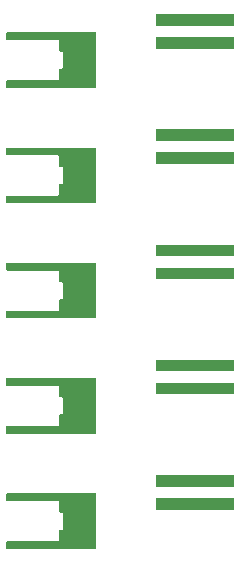
<source format=gbr>
G04 #@! TF.GenerationSoftware,KiCad,Pcbnew,(5.0.2)-1*
G04 #@! TF.CreationDate,2019-09-04T12:41:45-04:00*
G04 #@! TF.ProjectId,MMCX_2DD-100P_Odd,4d4d4358-5f32-4444-942d-313030505f4f,rev?*
G04 #@! TF.SameCoordinates,Original*
G04 #@! TF.FileFunction,Soldermask,Bot*
G04 #@! TF.FilePolarity,Negative*
%FSLAX46Y46*%
G04 Gerber Fmt 4.6, Leading zero omitted, Abs format (unit mm)*
G04 Created by KiCad (PCBNEW (5.0.2)-1) date 9/4/2019 12:41:45 PM*
%MOMM*%
%LPD*%
G01*
G04 APERTURE LIST*
%ADD10C,0.100000*%
G04 APERTURE END LIST*
D10*
G36*
X147750984Y-66174062D02*
X147760596Y-66176978D01*
X147769454Y-66181713D01*
X147777222Y-66188088D01*
X147783597Y-66195856D01*
X147788332Y-66204714D01*
X147791248Y-66214326D01*
X147792837Y-66230465D01*
X147792837Y-67743485D01*
X147791248Y-67759624D01*
X147789332Y-67765939D01*
X147784551Y-67789973D01*
X147784551Y-67814477D01*
X147789331Y-67838510D01*
X147791985Y-67844917D01*
X147791985Y-69203466D01*
X147786351Y-69222039D01*
X147783949Y-69246425D01*
X147786351Y-69270811D01*
X147789332Y-69282711D01*
X147791248Y-69289026D01*
X147792837Y-69305165D01*
X147792837Y-70818185D01*
X147791248Y-70834324D01*
X147788332Y-70843936D01*
X147783597Y-70852794D01*
X147777222Y-70860562D01*
X147769454Y-70866937D01*
X147760596Y-70871672D01*
X147750984Y-70874588D01*
X147734845Y-70876177D01*
X140247125Y-70876177D01*
X140230986Y-70874588D01*
X140221374Y-70871672D01*
X140212516Y-70866937D01*
X140204748Y-70860562D01*
X140198373Y-70852794D01*
X140193638Y-70843936D01*
X140190722Y-70834324D01*
X140189133Y-70818185D01*
X140189133Y-70280465D01*
X140190722Y-70264326D01*
X140193638Y-70254714D01*
X140198373Y-70245856D01*
X140204748Y-70238088D01*
X140212516Y-70231713D01*
X140221374Y-70226978D01*
X140230986Y-70224062D01*
X140247125Y-70222473D01*
X144564133Y-70222473D01*
X144588519Y-70220071D01*
X144611968Y-70212958D01*
X144633579Y-70201407D01*
X144652521Y-70185861D01*
X144668067Y-70166919D01*
X144679618Y-70145308D01*
X144686731Y-70121859D01*
X144689133Y-70097473D01*
X144689133Y-69305165D01*
X144690722Y-69289026D01*
X144693638Y-69279414D01*
X144698373Y-69270556D01*
X144704748Y-69262788D01*
X144712516Y-69256413D01*
X144721374Y-69251678D01*
X144730986Y-69248762D01*
X144747125Y-69247173D01*
X144869785Y-69247173D01*
X144894171Y-69244771D01*
X144917620Y-69237658D01*
X144939231Y-69226107D01*
X144958173Y-69210561D01*
X144973719Y-69191619D01*
X144985270Y-69170008D01*
X144992383Y-69146559D01*
X144994785Y-69122173D01*
X144994785Y-67926477D01*
X144992383Y-67902091D01*
X144985270Y-67878642D01*
X144973719Y-67857031D01*
X144958173Y-67838089D01*
X144939231Y-67822543D01*
X144917620Y-67810992D01*
X144894171Y-67803879D01*
X144869785Y-67801477D01*
X144747125Y-67801477D01*
X144730986Y-67799888D01*
X144721374Y-67796972D01*
X144712516Y-67792237D01*
X144704748Y-67785862D01*
X144698373Y-67778094D01*
X144693638Y-67769236D01*
X144690722Y-67759624D01*
X144689133Y-67743485D01*
X144689133Y-66951177D01*
X144686731Y-66926791D01*
X144679618Y-66903342D01*
X144668067Y-66881731D01*
X144652521Y-66862789D01*
X144633579Y-66847243D01*
X144611968Y-66835692D01*
X144588519Y-66828579D01*
X144564133Y-66826177D01*
X140247125Y-66826177D01*
X140230986Y-66824588D01*
X140221374Y-66821672D01*
X140212516Y-66816937D01*
X140204748Y-66810562D01*
X140198373Y-66802794D01*
X140193638Y-66793936D01*
X140190722Y-66784324D01*
X140189133Y-66768185D01*
X140189133Y-66230465D01*
X140190722Y-66214326D01*
X140193638Y-66204714D01*
X140198373Y-66195856D01*
X140204748Y-66188088D01*
X140212516Y-66181713D01*
X140221374Y-66176978D01*
X140230986Y-66174062D01*
X140247125Y-66172473D01*
X147734845Y-66172473D01*
X147750984Y-66174062D01*
X147750984Y-66174062D01*
G37*
G36*
X159478635Y-67553513D02*
X152899635Y-67553513D01*
X152899635Y-66567593D01*
X159478635Y-66567593D01*
X159478635Y-67553513D01*
X159478635Y-67553513D01*
G37*
G36*
X159478635Y-65601803D02*
X152899635Y-65601803D01*
X152899635Y-64615883D01*
X159478635Y-64615883D01*
X159478635Y-65601803D01*
X159478635Y-65601803D01*
G37*
G36*
X147750984Y-56415542D02*
X147760596Y-56418458D01*
X147769454Y-56423193D01*
X147777222Y-56429568D01*
X147783597Y-56437336D01*
X147788332Y-56446194D01*
X147791248Y-56455806D01*
X147792837Y-56471945D01*
X147792837Y-57984965D01*
X147791248Y-58001104D01*
X147789332Y-58007419D01*
X147784551Y-58031453D01*
X147784551Y-58055957D01*
X147789331Y-58079990D01*
X147791985Y-58086397D01*
X147791985Y-59444946D01*
X147786351Y-59463519D01*
X147783949Y-59487905D01*
X147786351Y-59512291D01*
X147789332Y-59524191D01*
X147791248Y-59530506D01*
X147792837Y-59546645D01*
X147792837Y-61059665D01*
X147791248Y-61075804D01*
X147788332Y-61085416D01*
X147783597Y-61094274D01*
X147777222Y-61102042D01*
X147769454Y-61108417D01*
X147760596Y-61113152D01*
X147750984Y-61116068D01*
X147734845Y-61117657D01*
X140247125Y-61117657D01*
X140230986Y-61116068D01*
X140221374Y-61113152D01*
X140212516Y-61108417D01*
X140204748Y-61102042D01*
X140198373Y-61094274D01*
X140193638Y-61085416D01*
X140190722Y-61075804D01*
X140189133Y-61059665D01*
X140189133Y-60521945D01*
X140190722Y-60505806D01*
X140193638Y-60496194D01*
X140198373Y-60487336D01*
X140204748Y-60479568D01*
X140212516Y-60473193D01*
X140221374Y-60468458D01*
X140230986Y-60465542D01*
X140247125Y-60463953D01*
X144564133Y-60463953D01*
X144588519Y-60461551D01*
X144611968Y-60454438D01*
X144633579Y-60442887D01*
X144652521Y-60427341D01*
X144668067Y-60408399D01*
X144679618Y-60386788D01*
X144686731Y-60363339D01*
X144689133Y-60338953D01*
X144689133Y-59546645D01*
X144690722Y-59530506D01*
X144693638Y-59520894D01*
X144698373Y-59512036D01*
X144704748Y-59504268D01*
X144712516Y-59497893D01*
X144721374Y-59493158D01*
X144730986Y-59490242D01*
X144747125Y-59488653D01*
X144869785Y-59488653D01*
X144894171Y-59486251D01*
X144917620Y-59479138D01*
X144939231Y-59467587D01*
X144958173Y-59452041D01*
X144973719Y-59433099D01*
X144985270Y-59411488D01*
X144992383Y-59388039D01*
X144994785Y-59363653D01*
X144994785Y-58167957D01*
X144992383Y-58143571D01*
X144985270Y-58120122D01*
X144973719Y-58098511D01*
X144958173Y-58079569D01*
X144939231Y-58064023D01*
X144917620Y-58052472D01*
X144894171Y-58045359D01*
X144869785Y-58042957D01*
X144747125Y-58042957D01*
X144730986Y-58041368D01*
X144721374Y-58038452D01*
X144712516Y-58033717D01*
X144704748Y-58027342D01*
X144698373Y-58019574D01*
X144693638Y-58010716D01*
X144690722Y-58001104D01*
X144689133Y-57984965D01*
X144689133Y-57192657D01*
X144686731Y-57168271D01*
X144679618Y-57144822D01*
X144668067Y-57123211D01*
X144652521Y-57104269D01*
X144633579Y-57088723D01*
X144611968Y-57077172D01*
X144588519Y-57070059D01*
X144564133Y-57067657D01*
X140247125Y-57067657D01*
X140230986Y-57066068D01*
X140221374Y-57063152D01*
X140212516Y-57058417D01*
X140204748Y-57052042D01*
X140198373Y-57044274D01*
X140193638Y-57035416D01*
X140190722Y-57025804D01*
X140189133Y-57009665D01*
X140189133Y-56471945D01*
X140190722Y-56455806D01*
X140193638Y-56446194D01*
X140198373Y-56437336D01*
X140204748Y-56429568D01*
X140212516Y-56423193D01*
X140221374Y-56418458D01*
X140230986Y-56415542D01*
X140247125Y-56413953D01*
X147734845Y-56413953D01*
X147750984Y-56415542D01*
X147750984Y-56415542D01*
G37*
G36*
X159478635Y-57794987D02*
X152899635Y-57794987D01*
X152899635Y-56809067D01*
X159478635Y-56809067D01*
X159478635Y-57794987D01*
X159478635Y-57794987D01*
G37*
G36*
X159478635Y-55843277D02*
X152899635Y-55843277D01*
X152899635Y-54857357D01*
X159478635Y-54857357D01*
X159478635Y-55843277D01*
X159478635Y-55843277D01*
G37*
G36*
X147750984Y-46657022D02*
X147760596Y-46659938D01*
X147769454Y-46664673D01*
X147777222Y-46671048D01*
X147783597Y-46678816D01*
X147788332Y-46687674D01*
X147791248Y-46697286D01*
X147792837Y-46713425D01*
X147792837Y-48226445D01*
X147791248Y-48242584D01*
X147789332Y-48248899D01*
X147784551Y-48272933D01*
X147784551Y-48297437D01*
X147789331Y-48321470D01*
X147791985Y-48327877D01*
X147791985Y-49686426D01*
X147786351Y-49704999D01*
X147783949Y-49729385D01*
X147786351Y-49753771D01*
X147789332Y-49765671D01*
X147791248Y-49771986D01*
X147792837Y-49788125D01*
X147792837Y-51301145D01*
X147791248Y-51317284D01*
X147788332Y-51326896D01*
X147783597Y-51335754D01*
X147777222Y-51343522D01*
X147769454Y-51349897D01*
X147760596Y-51354632D01*
X147750984Y-51357548D01*
X147734845Y-51359137D01*
X140247125Y-51359137D01*
X140230986Y-51357548D01*
X140221374Y-51354632D01*
X140212516Y-51349897D01*
X140204748Y-51343522D01*
X140198373Y-51335754D01*
X140193638Y-51326896D01*
X140190722Y-51317284D01*
X140189133Y-51301145D01*
X140189133Y-50763425D01*
X140190722Y-50747286D01*
X140193638Y-50737674D01*
X140198373Y-50728816D01*
X140204748Y-50721048D01*
X140212516Y-50714673D01*
X140221374Y-50709938D01*
X140230986Y-50707022D01*
X140247125Y-50705433D01*
X144564133Y-50705433D01*
X144588519Y-50703031D01*
X144611968Y-50695918D01*
X144633579Y-50684367D01*
X144652521Y-50668821D01*
X144668067Y-50649879D01*
X144679618Y-50628268D01*
X144686731Y-50604819D01*
X144689133Y-50580433D01*
X144689133Y-49788125D01*
X144690722Y-49771986D01*
X144693638Y-49762374D01*
X144698373Y-49753516D01*
X144704748Y-49745748D01*
X144712516Y-49739373D01*
X144721374Y-49734638D01*
X144730986Y-49731722D01*
X144747125Y-49730133D01*
X144869785Y-49730133D01*
X144894171Y-49727731D01*
X144917620Y-49720618D01*
X144939231Y-49709067D01*
X144958173Y-49693521D01*
X144973719Y-49674579D01*
X144985270Y-49652968D01*
X144992383Y-49629519D01*
X144994785Y-49605133D01*
X144994785Y-48409437D01*
X144992383Y-48385051D01*
X144985270Y-48361602D01*
X144973719Y-48339991D01*
X144958173Y-48321049D01*
X144939231Y-48305503D01*
X144917620Y-48293952D01*
X144894171Y-48286839D01*
X144869785Y-48284437D01*
X144747125Y-48284437D01*
X144730986Y-48282848D01*
X144721374Y-48279932D01*
X144712516Y-48275197D01*
X144704748Y-48268822D01*
X144698373Y-48261054D01*
X144693638Y-48252196D01*
X144690722Y-48242584D01*
X144689133Y-48226445D01*
X144689133Y-47434137D01*
X144686731Y-47409751D01*
X144679618Y-47386302D01*
X144668067Y-47364691D01*
X144652521Y-47345749D01*
X144633579Y-47330203D01*
X144611968Y-47318652D01*
X144588519Y-47311539D01*
X144564133Y-47309137D01*
X140247125Y-47309137D01*
X140230986Y-47307548D01*
X140221374Y-47304632D01*
X140212516Y-47299897D01*
X140204748Y-47293522D01*
X140198373Y-47285754D01*
X140193638Y-47276896D01*
X140190722Y-47267284D01*
X140189133Y-47251145D01*
X140189133Y-46713425D01*
X140190722Y-46697286D01*
X140193638Y-46687674D01*
X140198373Y-46678816D01*
X140204748Y-46671048D01*
X140212516Y-46664673D01*
X140221374Y-46659938D01*
X140230986Y-46657022D01*
X140247125Y-46655433D01*
X147734845Y-46655433D01*
X147750984Y-46657022D01*
X147750984Y-46657022D01*
G37*
G36*
X159478635Y-48036467D02*
X152899635Y-48036467D01*
X152899635Y-47050547D01*
X159478635Y-47050547D01*
X159478635Y-48036467D01*
X159478635Y-48036467D01*
G37*
G36*
X159478635Y-46084757D02*
X152899635Y-46084757D01*
X152899635Y-45098837D01*
X159478635Y-45098837D01*
X159478635Y-46084757D01*
X159478635Y-46084757D01*
G37*
G36*
X147750984Y-36898502D02*
X147760596Y-36901418D01*
X147769454Y-36906153D01*
X147777222Y-36912528D01*
X147783597Y-36920296D01*
X147788332Y-36929154D01*
X147791248Y-36938766D01*
X147792837Y-36954905D01*
X147792837Y-38467925D01*
X147791248Y-38484064D01*
X147789332Y-38490379D01*
X147784551Y-38514413D01*
X147784551Y-38538917D01*
X147789331Y-38562950D01*
X147791985Y-38569357D01*
X147791985Y-39927906D01*
X147786351Y-39946479D01*
X147783949Y-39970865D01*
X147786351Y-39995251D01*
X147789332Y-40007151D01*
X147791248Y-40013466D01*
X147792837Y-40029605D01*
X147792837Y-41542625D01*
X147791248Y-41558764D01*
X147788332Y-41568376D01*
X147783597Y-41577234D01*
X147777222Y-41585002D01*
X147769454Y-41591377D01*
X147760596Y-41596112D01*
X147750984Y-41599028D01*
X147734845Y-41600617D01*
X140247125Y-41600617D01*
X140230986Y-41599028D01*
X140221374Y-41596112D01*
X140212516Y-41591377D01*
X140204748Y-41585002D01*
X140198373Y-41577234D01*
X140193638Y-41568376D01*
X140190722Y-41558764D01*
X140189133Y-41542625D01*
X140189133Y-41004905D01*
X140190722Y-40988766D01*
X140193638Y-40979154D01*
X140198373Y-40970296D01*
X140204748Y-40962528D01*
X140212516Y-40956153D01*
X140221374Y-40951418D01*
X140230986Y-40948502D01*
X140247125Y-40946913D01*
X144564133Y-40946913D01*
X144588519Y-40944511D01*
X144611968Y-40937398D01*
X144633579Y-40925847D01*
X144652521Y-40910301D01*
X144668067Y-40891359D01*
X144679618Y-40869748D01*
X144686731Y-40846299D01*
X144689133Y-40821913D01*
X144689133Y-40029605D01*
X144690722Y-40013466D01*
X144693638Y-40003854D01*
X144698373Y-39994996D01*
X144704748Y-39987228D01*
X144712516Y-39980853D01*
X144721374Y-39976118D01*
X144730986Y-39973202D01*
X144747125Y-39971613D01*
X144869785Y-39971613D01*
X144894171Y-39969211D01*
X144917620Y-39962098D01*
X144939231Y-39950547D01*
X144958173Y-39935001D01*
X144973719Y-39916059D01*
X144985270Y-39894448D01*
X144992383Y-39870999D01*
X144994785Y-39846613D01*
X144994785Y-38650917D01*
X144992383Y-38626531D01*
X144985270Y-38603082D01*
X144973719Y-38581471D01*
X144958173Y-38562529D01*
X144939231Y-38546983D01*
X144917620Y-38535432D01*
X144894171Y-38528319D01*
X144869785Y-38525917D01*
X144747125Y-38525917D01*
X144730986Y-38524328D01*
X144721374Y-38521412D01*
X144712516Y-38516677D01*
X144704748Y-38510302D01*
X144698373Y-38502534D01*
X144693638Y-38493676D01*
X144690722Y-38484064D01*
X144689133Y-38467925D01*
X144689133Y-37675617D01*
X144686731Y-37651231D01*
X144679618Y-37627782D01*
X144668067Y-37606171D01*
X144652521Y-37587229D01*
X144633579Y-37571683D01*
X144611968Y-37560132D01*
X144588519Y-37553019D01*
X144564133Y-37550617D01*
X140247125Y-37550617D01*
X140230986Y-37549028D01*
X140221374Y-37546112D01*
X140212516Y-37541377D01*
X140204748Y-37535002D01*
X140198373Y-37527234D01*
X140193638Y-37518376D01*
X140190722Y-37508764D01*
X140189133Y-37492625D01*
X140189133Y-36954905D01*
X140190722Y-36938766D01*
X140193638Y-36929154D01*
X140198373Y-36920296D01*
X140204748Y-36912528D01*
X140212516Y-36906153D01*
X140221374Y-36901418D01*
X140230986Y-36898502D01*
X140247125Y-36896913D01*
X147734845Y-36896913D01*
X147750984Y-36898502D01*
X147750984Y-36898502D01*
G37*
G36*
X159478635Y-38277950D02*
X152899635Y-38277950D01*
X152899635Y-37292030D01*
X159478635Y-37292030D01*
X159478635Y-38277950D01*
X159478635Y-38277950D01*
G37*
G36*
X159478635Y-36326240D02*
X152899635Y-36326240D01*
X152899635Y-35340320D01*
X159478635Y-35340320D01*
X159478635Y-36326240D01*
X159478635Y-36326240D01*
G37*
G36*
X147750984Y-27139982D02*
X147760596Y-27142898D01*
X147769454Y-27147633D01*
X147777222Y-27154008D01*
X147783597Y-27161776D01*
X147788332Y-27170634D01*
X147791248Y-27180246D01*
X147792837Y-27196385D01*
X147792837Y-28709405D01*
X147791248Y-28725544D01*
X147789332Y-28731859D01*
X147784551Y-28755893D01*
X147784551Y-28780397D01*
X147789331Y-28804430D01*
X147791985Y-28810837D01*
X147791985Y-30169386D01*
X147786351Y-30187959D01*
X147783949Y-30212345D01*
X147786351Y-30236731D01*
X147789332Y-30248631D01*
X147791248Y-30254946D01*
X147792837Y-30271085D01*
X147792837Y-31784105D01*
X147791248Y-31800244D01*
X147788332Y-31809856D01*
X147783597Y-31818714D01*
X147777222Y-31826482D01*
X147769454Y-31832857D01*
X147760596Y-31837592D01*
X147750984Y-31840508D01*
X147734845Y-31842097D01*
X140247125Y-31842097D01*
X140230986Y-31840508D01*
X140221374Y-31837592D01*
X140212516Y-31832857D01*
X140204748Y-31826482D01*
X140198373Y-31818714D01*
X140193638Y-31809856D01*
X140190722Y-31800244D01*
X140189133Y-31784105D01*
X140189133Y-31246385D01*
X140190722Y-31230246D01*
X140193638Y-31220634D01*
X140198373Y-31211776D01*
X140204748Y-31204008D01*
X140212516Y-31197633D01*
X140221374Y-31192898D01*
X140230986Y-31189982D01*
X140247125Y-31188393D01*
X144564133Y-31188393D01*
X144588519Y-31185991D01*
X144611968Y-31178878D01*
X144633579Y-31167327D01*
X144652521Y-31151781D01*
X144668067Y-31132839D01*
X144679618Y-31111228D01*
X144686731Y-31087779D01*
X144689133Y-31063393D01*
X144689133Y-30271085D01*
X144690722Y-30254946D01*
X144693638Y-30245334D01*
X144698373Y-30236476D01*
X144704748Y-30228708D01*
X144712516Y-30222333D01*
X144721374Y-30217598D01*
X144730986Y-30214682D01*
X144747125Y-30213093D01*
X144869785Y-30213093D01*
X144894171Y-30210691D01*
X144917620Y-30203578D01*
X144939231Y-30192027D01*
X144958173Y-30176481D01*
X144973719Y-30157539D01*
X144985270Y-30135928D01*
X144992383Y-30112479D01*
X144994785Y-30088093D01*
X144994785Y-28892397D01*
X144992383Y-28868011D01*
X144985270Y-28844562D01*
X144973719Y-28822951D01*
X144958173Y-28804009D01*
X144939231Y-28788463D01*
X144917620Y-28776912D01*
X144894171Y-28769799D01*
X144869785Y-28767397D01*
X144747125Y-28767397D01*
X144730986Y-28765808D01*
X144721374Y-28762892D01*
X144712516Y-28758157D01*
X144704748Y-28751782D01*
X144698373Y-28744014D01*
X144693638Y-28735156D01*
X144690722Y-28725544D01*
X144689133Y-28709405D01*
X144689133Y-27917097D01*
X144686731Y-27892711D01*
X144679618Y-27869262D01*
X144668067Y-27847651D01*
X144652521Y-27828709D01*
X144633579Y-27813163D01*
X144611968Y-27801612D01*
X144588519Y-27794499D01*
X144564133Y-27792097D01*
X140247125Y-27792097D01*
X140230986Y-27790508D01*
X140221374Y-27787592D01*
X140212516Y-27782857D01*
X140204748Y-27776482D01*
X140198373Y-27768714D01*
X140193638Y-27759856D01*
X140190722Y-27750244D01*
X140189133Y-27734105D01*
X140189133Y-27196385D01*
X140190722Y-27180246D01*
X140193638Y-27170634D01*
X140198373Y-27161776D01*
X140204748Y-27154008D01*
X140212516Y-27147633D01*
X140221374Y-27142898D01*
X140230986Y-27139982D01*
X140247125Y-27138393D01*
X147734845Y-27138393D01*
X147750984Y-27139982D01*
X147750984Y-27139982D01*
G37*
G36*
X159478635Y-28519430D02*
X152899635Y-28519430D01*
X152899635Y-27533510D01*
X159478635Y-27533510D01*
X159478635Y-28519430D01*
X159478635Y-28519430D01*
G37*
G36*
X159478635Y-26567720D02*
X152899635Y-26567720D01*
X152899635Y-25581800D01*
X159478635Y-25581800D01*
X159478635Y-26567720D01*
X159478635Y-26567720D01*
G37*
M02*

</source>
